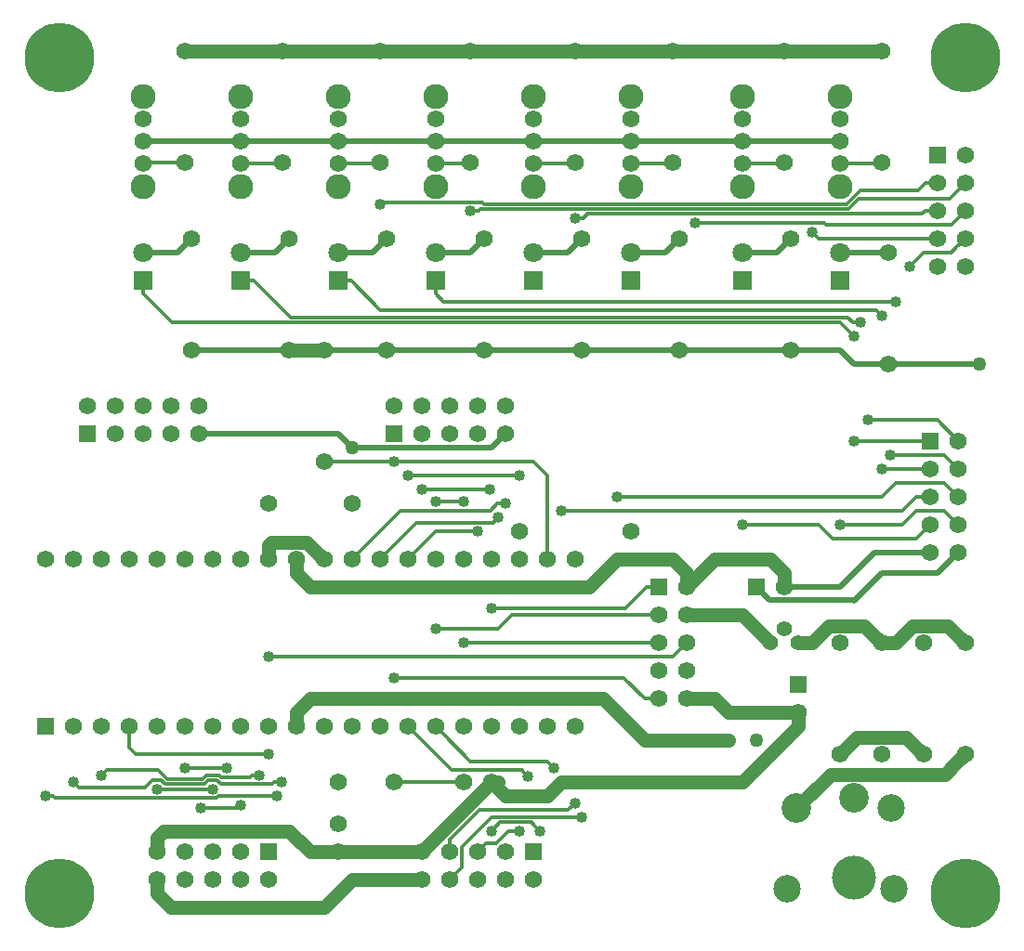
<source format=gbr>
G04 #@! TF.GenerationSoftware,KiCad,Pcbnew,(5.1.2)-2*
G04 #@! TF.CreationDate,2019-07-21T19:38:03-07:00*
G04 #@! TF.ProjectId,300-1002,3330302d-3130-4303-922e-6b696361645f,rev?*
G04 #@! TF.SameCoordinates,Original*
G04 #@! TF.FileFunction,Copper,L1,Top*
G04 #@! TF.FilePolarity,Positive*
%FSLAX46Y46*%
G04 Gerber Fmt 4.6, Leading zero omitted, Abs format (unit mm)*
G04 Created by KiCad (PCBNEW (5.1.2)-2) date 2019-07-21 19:38:03*
%MOMM*%
%LPD*%
G04 APERTURE LIST*
%ADD10C,1.574800*%
%ADD11C,6.350000*%
%ADD12C,2.500000*%
%ADD13C,4.000000*%
%ADD14C,2.700000*%
%ADD15R,1.574800X1.574800*%
%ADD16R,1.800000X1.800000*%
%ADD17C,1.800000*%
%ADD18C,2.286000*%
%ADD19C,1.397000*%
%ADD20C,1.270000*%
%ADD21C,1.016000*%
%ADD22C,1.270000*%
%ADD23C,0.508000*%
%ADD24C,0.304800*%
G04 APERTURE END LIST*
D10*
X115570000Y-83820000D03*
X115570000Y-73660000D03*
X133350000Y-90170000D03*
X143510000Y-90170000D03*
D11*
X91440000Y-123190000D03*
X173990000Y-123190000D03*
X173990000Y-46990000D03*
X91440000Y-46990000D03*
D12*
X167230000Y-115430000D03*
X157730000Y-122730000D03*
X167530000Y-122730000D03*
D13*
X163830000Y-121730000D03*
D14*
X158630000Y-115430000D03*
X163830000Y-114480000D03*
D10*
X116840000Y-116840000D03*
X116840000Y-119380000D03*
X130810000Y-113030000D03*
X128270000Y-113030000D03*
D15*
X158750000Y-104140000D03*
D10*
X158750000Y-106680000D03*
X157480000Y-95250000D03*
D15*
X154940000Y-95250000D03*
D10*
X110490000Y-87630000D03*
X118110000Y-87630000D03*
D16*
X99060000Y-67310000D03*
D17*
X99060000Y-64770000D03*
X107950000Y-64770000D03*
D16*
X107950000Y-67310000D03*
X116840000Y-67310000D03*
D17*
X116840000Y-64770000D03*
X125730000Y-64770000D03*
D16*
X125730000Y-67310000D03*
X134620000Y-67310000D03*
D17*
X134620000Y-64770000D03*
D16*
X143510000Y-67310000D03*
D17*
X143510000Y-64770000D03*
X153670000Y-64770000D03*
D16*
X153670000Y-67310000D03*
D17*
X162560000Y-64770000D03*
D16*
X162560000Y-67310000D03*
D15*
X146050000Y-95250000D03*
D10*
X148590000Y-95250000D03*
X146050000Y-97790000D03*
X148590000Y-97790000D03*
X146050000Y-100330000D03*
X148590000Y-100330000D03*
X146050000Y-102870000D03*
X148590000Y-102870000D03*
X146050000Y-105410000D03*
X148590000Y-105410000D03*
X132080000Y-78740000D03*
X132080000Y-81280000D03*
X129540000Y-78740000D03*
X129540000Y-81280000D03*
X127000000Y-78740000D03*
X127000000Y-81280000D03*
X124460000Y-78740000D03*
X124460000Y-81280000D03*
X121920000Y-78740000D03*
D15*
X121920000Y-81280000D03*
D10*
X104140000Y-78740000D03*
X104140000Y-81280000D03*
X101600000Y-78740000D03*
X101600000Y-81280000D03*
X99060000Y-78740000D03*
X99060000Y-81280000D03*
X96520000Y-78740000D03*
X96520000Y-81280000D03*
X93980000Y-78740000D03*
D15*
X93980000Y-81280000D03*
D10*
X100330000Y-121920000D03*
X100330000Y-119380000D03*
X102870000Y-121920000D03*
X102870000Y-119380000D03*
X105410000Y-121920000D03*
X105410000Y-119380000D03*
X107950000Y-121920000D03*
X107950000Y-119380000D03*
X110490000Y-121920000D03*
D15*
X110490000Y-119380000D03*
X134620000Y-119380000D03*
D10*
X134620000Y-121920000D03*
X132080000Y-119380000D03*
X132080000Y-121920000D03*
X129540000Y-119380000D03*
X129540000Y-121920000D03*
X127000000Y-119380000D03*
X127000000Y-121920000D03*
X124460000Y-119380000D03*
X124460000Y-121920000D03*
D15*
X171450000Y-55880000D03*
D10*
X173990000Y-55880000D03*
X171450000Y-58420000D03*
X173990000Y-58420000D03*
X171450000Y-60960000D03*
X173990000Y-60960000D03*
X171450000Y-63500000D03*
X173990000Y-63500000D03*
X171450000Y-66040000D03*
X173990000Y-66040000D03*
D15*
X170815000Y-81915000D03*
D10*
X173355000Y-81915000D03*
X170815000Y-84455000D03*
X173355000Y-84455000D03*
X170815000Y-86995000D03*
X173355000Y-86995000D03*
X170815000Y-89535000D03*
X173355000Y-89535000D03*
X170815000Y-92075000D03*
X173355000Y-92075000D03*
X102870000Y-56515000D03*
X102870000Y-46355000D03*
X111760000Y-46355000D03*
X111760000Y-56515000D03*
X120650000Y-56515000D03*
X120650000Y-46355000D03*
X128905000Y-46355000D03*
X128905000Y-56515000D03*
X138430000Y-56515000D03*
X138430000Y-46355000D03*
X147320000Y-46355000D03*
X147320000Y-56515000D03*
X157480000Y-56515000D03*
X157480000Y-46355000D03*
X166370000Y-46355000D03*
X166370000Y-56515000D03*
X103505000Y-73660000D03*
X103505000Y-63500000D03*
X112395000Y-63500000D03*
X112395000Y-73660000D03*
X121285000Y-63500000D03*
X121285000Y-73660000D03*
X130175000Y-63500000D03*
X130175000Y-73660000D03*
X139065000Y-63500000D03*
X139065000Y-73660000D03*
X147955000Y-73660000D03*
X147955000Y-63500000D03*
X158115000Y-73660000D03*
X158115000Y-63500000D03*
X167005000Y-74930000D03*
X167005000Y-64770000D03*
X99060000Y-56616600D03*
X99060000Y-54610000D03*
X99060000Y-52603400D03*
D18*
X99060000Y-58724800D03*
X99060000Y-50495200D03*
X107950000Y-50495200D03*
X107950000Y-58724800D03*
D10*
X107950000Y-52603400D03*
X107950000Y-54610000D03*
X107950000Y-56616600D03*
X116840000Y-56616600D03*
X116840000Y-54610000D03*
X116840000Y-52603400D03*
D18*
X116840000Y-58724800D03*
X116840000Y-50495200D03*
X125730000Y-50495200D03*
X125730000Y-58724800D03*
D10*
X125730000Y-52603400D03*
X125730000Y-54610000D03*
X125730000Y-56616600D03*
X134620000Y-56616600D03*
X134620000Y-54610000D03*
X134620000Y-52603400D03*
D18*
X134620000Y-58724800D03*
X134620000Y-50495200D03*
X143510000Y-50495200D03*
X143510000Y-58724800D03*
D10*
X143510000Y-52603400D03*
X143510000Y-54610000D03*
X143510000Y-56616600D03*
X153670000Y-56616600D03*
X153670000Y-54610000D03*
X153670000Y-52603400D03*
D18*
X153670000Y-58724800D03*
X153670000Y-50495200D03*
X162560000Y-50495200D03*
X162560000Y-58724800D03*
D10*
X162560000Y-52603400D03*
X162560000Y-54610000D03*
X162560000Y-56616600D03*
X90170000Y-92710000D03*
D15*
X90170000Y-107950000D03*
D10*
X92710000Y-92710000D03*
X92710000Y-107950000D03*
X95250000Y-92710000D03*
X95250000Y-107950000D03*
X97790000Y-92710000D03*
X97790000Y-107950000D03*
X100330000Y-92710000D03*
X100330000Y-107950000D03*
X102870000Y-92710000D03*
X102870000Y-107950000D03*
X105410000Y-92710000D03*
X105410000Y-107950000D03*
X107950000Y-92710000D03*
X107950000Y-107950000D03*
X110490000Y-92710000D03*
X110490000Y-107950000D03*
X113030000Y-92710000D03*
X113030000Y-107950000D03*
X115570000Y-92710000D03*
X115570000Y-107950000D03*
X118110000Y-92710000D03*
X118110000Y-107950000D03*
X120650000Y-92710000D03*
X120650000Y-107950000D03*
X123190000Y-92710000D03*
X123190000Y-107950000D03*
X125730000Y-92710000D03*
X125730000Y-107950000D03*
X128270000Y-92710000D03*
X128270000Y-107950000D03*
X130810000Y-92710000D03*
X130810000Y-107950000D03*
X133350000Y-92710000D03*
X133350000Y-107950000D03*
X135890000Y-92710000D03*
X135890000Y-107950000D03*
X138430000Y-92710000D03*
X138430000Y-107950000D03*
D19*
X156210000Y-100330000D03*
X157480000Y-99060000D03*
X158750000Y-100330000D03*
D10*
X116840000Y-113030000D03*
X121920000Y-113030000D03*
X166370000Y-100330000D03*
X166370000Y-110490000D03*
X173990000Y-100330000D03*
X173990000Y-110490000D03*
X162560000Y-110490000D03*
X162560000Y-100330000D03*
X170180000Y-110490000D03*
X170180000Y-100330000D03*
D20*
X118110000Y-82550000D03*
X154940000Y-109220000D03*
X152400000Y-109220000D03*
X175260000Y-74930000D03*
D21*
X163830000Y-72390000D03*
X163830000Y-81915000D03*
X164465000Y-71120000D03*
X165100000Y-80010000D03*
X166370000Y-70485000D03*
X166370000Y-84455000D03*
X167640000Y-69215000D03*
X167182810Y-83185000D03*
X137160000Y-88265000D03*
X142240000Y-86995000D03*
X153670000Y-89535000D03*
X162560000Y-89535000D03*
X124460000Y-86360000D03*
X130632190Y-86360000D03*
X130810000Y-97155000D03*
X125730000Y-99060000D03*
X128270000Y-87452190D03*
X125730000Y-87452190D03*
X128270000Y-100330000D03*
X110490000Y-101600000D03*
X129540000Y-90170021D03*
X121920000Y-103505000D03*
X132080000Y-87630000D03*
X131445000Y-88900000D03*
X123190000Y-85090000D03*
X133350000Y-85090000D03*
X121920000Y-83820000D03*
X104317799Y-115392201D03*
X107950000Y-115112810D03*
X106680000Y-111760000D03*
X102870000Y-111760000D03*
X105410000Y-113665000D03*
X100330000Y-113665000D03*
X110490000Y-110490000D03*
X95250000Y-112395000D03*
X109677190Y-112395000D03*
X92710000Y-113030000D03*
X111734590Y-113030000D03*
X90170000Y-114300000D03*
X111277379Y-114300000D03*
X134162810Y-112485979D03*
X136525000Y-111760000D03*
X133350000Y-117475021D03*
X130810000Y-117475000D03*
X135255000Y-117475000D03*
X138430000Y-114935000D03*
X139065000Y-116205000D03*
X120650000Y-60325000D03*
X128905000Y-60985411D03*
X138490044Y-61595021D03*
X149340771Y-62052232D03*
X160020000Y-62865000D03*
X168910000Y-66040000D03*
D22*
X148590000Y-95250000D02*
X151130000Y-92710000D01*
X151130000Y-92710000D02*
X156210000Y-92710000D01*
X156210000Y-92710000D02*
X157480000Y-93980000D01*
X157480000Y-93980000D02*
X157480000Y-95250000D01*
X148590000Y-105410000D02*
X151130000Y-105410000D01*
X151130000Y-105410000D02*
X152400000Y-106680000D01*
X152400000Y-106680000D02*
X158750000Y-106680000D01*
X148590000Y-93980000D02*
X148590000Y-95250000D01*
X113030000Y-93980000D02*
X114300000Y-95250000D01*
X113030000Y-92710000D02*
X113030000Y-93980000D01*
X114300000Y-95250000D02*
X139700000Y-95250000D01*
X139700000Y-95250000D02*
X142240000Y-92710000D01*
X142240000Y-92710000D02*
X147320000Y-92710000D01*
X147320000Y-92710000D02*
X148590000Y-93980000D01*
D23*
X99060000Y-54610000D02*
X107950000Y-54610000D01*
X107950000Y-54610000D02*
X116840000Y-54610000D01*
X116840000Y-54610000D02*
X125730000Y-54610000D01*
X125730000Y-54610000D02*
X134620000Y-54610000D01*
X134620000Y-54610000D02*
X143510000Y-54610000D01*
X143510000Y-54610000D02*
X153670000Y-54610000D01*
X153670000Y-54610000D02*
X162560000Y-54610000D01*
X170815000Y-92075000D02*
X165735000Y-92075000D01*
X165735000Y-92075000D02*
X162560000Y-95250000D01*
X162560000Y-95250000D02*
X157480000Y-95250000D01*
X104140000Y-81280000D02*
X116840000Y-81280000D01*
X116840000Y-81280000D02*
X118110000Y-82550000D01*
X130810000Y-82550000D02*
X132080000Y-81280000D01*
X118110000Y-82550000D02*
X130810000Y-82550000D01*
D22*
X100330000Y-119380000D02*
X100330000Y-118110000D01*
X100330000Y-118110000D02*
X100965000Y-117475000D01*
X100965000Y-117475000D02*
X112395000Y-117475000D01*
X112395000Y-117475000D02*
X114300000Y-119380000D01*
X114300000Y-119380000D02*
X116840000Y-119380000D01*
X116840000Y-119380000D02*
X123825000Y-119380000D01*
X123825000Y-119380000D02*
X124460000Y-119380000D01*
X130810000Y-113030000D02*
X124460000Y-119380000D01*
X130810000Y-113030000D02*
X131445000Y-113030000D01*
X130810000Y-113030000D02*
X132080000Y-114300000D01*
X132080000Y-114300000D02*
X135890000Y-114300000D01*
X135890000Y-114300000D02*
X137160000Y-113030000D01*
X137160000Y-113030000D02*
X153670000Y-113030000D01*
X158750000Y-107950000D02*
X158750000Y-106680000D01*
X153670000Y-113030000D02*
X158750000Y-107950000D01*
X169392601Y-109702601D02*
X170180000Y-110490000D01*
X168605199Y-108915199D02*
X169392601Y-109702601D01*
X164134801Y-108915199D02*
X168605199Y-108915199D01*
X162560000Y-110490000D02*
X164134801Y-108915199D01*
D24*
X121920000Y-113030000D02*
X128270000Y-113030000D01*
D22*
X153670000Y-97790000D02*
X156210000Y-100330000D01*
X148590000Y-97790000D02*
X153670000Y-97790000D01*
X113030000Y-106680000D02*
X114300000Y-105410000D01*
X113030000Y-107950000D02*
X113030000Y-106680000D01*
X114300000Y-105410000D02*
X140970000Y-105410000D01*
X140970000Y-105410000D02*
X144780000Y-109220000D01*
X144780000Y-109220000D02*
X152400000Y-109220000D01*
X110490000Y-92710000D02*
X110490000Y-91440000D01*
X114782601Y-91922601D02*
X115570000Y-92710000D01*
X113995199Y-91135199D02*
X114782601Y-91922601D01*
X110794801Y-91135199D02*
X113995199Y-91135199D01*
X110490000Y-91440000D02*
X110794801Y-91135199D01*
D23*
X103505000Y-73660000D02*
X112395000Y-73660000D01*
X112395000Y-73660000D02*
X121285000Y-73660000D01*
X121285000Y-73660000D02*
X130175000Y-73660000D01*
X130175000Y-73660000D02*
X139065000Y-73660000D01*
X139065000Y-73660000D02*
X147955000Y-73660000D01*
X147955000Y-73660000D02*
X158115000Y-73660000D01*
X158115000Y-73660000D02*
X162560000Y-73660000D01*
X162560000Y-73660000D02*
X163830000Y-74930000D01*
X163830000Y-74930000D02*
X167005000Y-74930000D01*
X173355000Y-92075000D02*
X171450000Y-93980000D01*
X171450000Y-93980000D02*
X166370000Y-93980000D01*
X166370000Y-93980000D02*
X163830000Y-96520000D01*
X156133801Y-96443801D02*
X154940000Y-95250000D01*
X163753801Y-96443801D02*
X156133801Y-96443801D01*
X163830000Y-96520000D02*
X163753801Y-96443801D01*
X167005000Y-74930000D02*
X175260000Y-74930000D01*
D22*
X100330000Y-121920000D02*
X100330000Y-123190000D01*
X100330000Y-123190000D02*
X101600000Y-124460000D01*
X101600000Y-124460000D02*
X115570000Y-124460000D01*
X115570000Y-124460000D02*
X118110000Y-121920000D01*
X118110000Y-121920000D02*
X124460000Y-121920000D01*
X102870000Y-46355000D02*
X111760000Y-46355000D01*
X111760000Y-46355000D02*
X120650000Y-46355000D01*
X120650000Y-46355000D02*
X128905000Y-46355000D01*
X128905000Y-46355000D02*
X138430000Y-46355000D01*
X138430000Y-46355000D02*
X147320000Y-46355000D01*
X147320000Y-46355000D02*
X157480000Y-46355000D01*
X157480000Y-46355000D02*
X166370000Y-46355000D01*
X115570000Y-73660000D02*
X112395000Y-73660000D01*
D24*
X99060000Y-68514800D02*
X101665200Y-71120000D01*
X99060000Y-67310000D02*
X99060000Y-68514800D01*
X101665200Y-71120000D02*
X129540000Y-71120000D01*
X129540000Y-71120000D02*
X145415000Y-71120000D01*
X145415000Y-71120000D02*
X162560000Y-71120000D01*
X162560000Y-71120000D02*
X163830000Y-72390000D01*
X163830000Y-81915000D02*
X170815000Y-81915000D01*
D23*
X102235000Y-64770000D02*
X103505000Y-63500000D01*
X99060000Y-64770000D02*
X102235000Y-64770000D01*
X111125000Y-64770000D02*
X112395000Y-63500000D01*
X107950000Y-64770000D02*
X111125000Y-64770000D01*
D24*
X171450000Y-80010000D02*
X173355000Y-81915000D01*
X165100000Y-80010000D02*
X171450000Y-80010000D01*
X163746580Y-71120000D02*
X164465000Y-71120000D01*
X112507589Y-70662789D02*
X163289369Y-70662789D01*
X163289369Y-70662789D02*
X163746580Y-71120000D01*
X109154800Y-67310000D02*
X112507589Y-70662789D01*
X107950000Y-67310000D02*
X109154800Y-67310000D01*
X166370000Y-84455000D02*
X170815000Y-84455000D01*
X116840000Y-67310000D02*
X118044800Y-67310000D01*
X118044800Y-67310000D02*
X120711801Y-69977001D01*
X120711801Y-69977001D02*
X165862001Y-69977001D01*
X165862001Y-69977001D02*
X166370000Y-70485000D01*
D23*
X120015000Y-64770000D02*
X121285000Y-63500000D01*
X116840000Y-64770000D02*
X120015000Y-64770000D01*
X128905000Y-64770000D02*
X130175000Y-63500000D01*
X125730000Y-64770000D02*
X128905000Y-64770000D01*
D24*
X125730000Y-68514800D02*
X126430200Y-69215000D01*
X125730000Y-67310000D02*
X125730000Y-68514800D01*
X126430200Y-69215000D02*
X128270000Y-69215000D01*
X128270000Y-69215000D02*
X167640000Y-69215000D01*
X173355000Y-84455000D02*
X172085000Y-83185000D01*
X172085000Y-83185000D02*
X167901230Y-83185000D01*
X167901230Y-83185000D02*
X167182810Y-83185000D01*
X137160000Y-88265000D02*
X168275000Y-88265000D01*
X168275000Y-88265000D02*
X169545000Y-86995000D01*
X169545000Y-86995000D02*
X170815000Y-86995000D01*
D23*
X137795000Y-64770000D02*
X139065000Y-63500000D01*
X134620000Y-64770000D02*
X137795000Y-64770000D01*
D24*
X142240000Y-86995000D02*
X166370000Y-86995000D01*
X166370000Y-86995000D02*
X167640000Y-85725000D01*
X167640000Y-85725000D02*
X172085000Y-85725000D01*
X172085000Y-85725000D02*
X173355000Y-86995000D01*
D23*
X146685000Y-64770000D02*
X147955000Y-63500000D01*
X143510000Y-64770000D02*
X146685000Y-64770000D01*
X156845000Y-64770000D02*
X158115000Y-63500000D01*
X153670000Y-64770000D02*
X156845000Y-64770000D01*
D24*
X169545000Y-90805000D02*
X170815000Y-89535000D01*
X161925000Y-90805000D02*
X169545000Y-90805000D01*
X153670000Y-89535000D02*
X160655000Y-89535000D01*
X160655000Y-89535000D02*
X161925000Y-90805000D01*
D23*
X162560000Y-64770000D02*
X167005000Y-64770000D01*
D24*
X162560000Y-89535000D02*
X168275000Y-89535000D01*
X168275000Y-89535000D02*
X169545000Y-88265000D01*
X172085000Y-88265000D02*
X173355000Y-89535000D01*
X169545000Y-88265000D02*
X172085000Y-88265000D01*
X124460000Y-86360000D02*
X130632190Y-86360000D01*
X144957800Y-95250000D02*
X143052800Y-97155000D01*
X146050000Y-95250000D02*
X144957800Y-95250000D01*
X143052800Y-97155000D02*
X130810000Y-97155000D01*
X146050000Y-97790000D02*
X132715000Y-97790000D01*
X132715000Y-97790000D02*
X131445000Y-99060000D01*
X131445000Y-99060000D02*
X125730000Y-99060000D01*
X128270000Y-87452190D02*
X125730000Y-87452190D01*
X146050000Y-100330000D02*
X128270000Y-100330000D01*
X148590000Y-100330000D02*
X147320000Y-101600000D01*
X147320000Y-101600000D02*
X110490000Y-101600000D01*
X128821580Y-90170021D02*
X129540000Y-90170021D01*
X123190000Y-92710000D02*
X125729979Y-90170021D01*
X125729979Y-90170021D02*
X128821580Y-90170021D01*
X146050000Y-105410000D02*
X144780000Y-105410000D01*
X144780000Y-105410000D02*
X142875000Y-103505000D01*
X142875000Y-103505000D02*
X121920000Y-103505000D01*
X131361580Y-87630000D02*
X130726580Y-88265000D01*
X132080000Y-87630000D02*
X131361580Y-87630000D01*
X122555000Y-88265000D02*
X118110000Y-92710000D01*
X130726580Y-88265000D02*
X122555000Y-88265000D01*
X124002789Y-89357211D02*
X121437399Y-91922601D01*
X130987789Y-89357211D02*
X124002789Y-89357211D01*
X131445000Y-88900000D02*
X130987789Y-89357211D01*
X121437399Y-91922601D02*
X120650000Y-92710000D01*
X123190000Y-85090000D02*
X133350000Y-85090000D01*
X121920000Y-83820000D02*
X134620000Y-83820000D01*
X134620000Y-83820000D02*
X135890000Y-85090000D01*
X135890000Y-85090000D02*
X135890000Y-92710000D01*
X115570000Y-83820000D02*
X121920000Y-83820000D01*
X104317799Y-115392201D02*
X107670609Y-115392201D01*
X107670609Y-115392201D02*
X107950000Y-115112810D01*
X106680000Y-111760000D02*
X102870000Y-111760000D01*
X105410000Y-113665000D02*
X100330000Y-113665000D01*
X110490000Y-110490000D02*
X98425000Y-110490000D01*
X98425000Y-110490000D02*
X97790000Y-109855000D01*
X97790000Y-109855000D02*
X97790000Y-107950000D01*
X101265118Y-112750578D02*
X104474883Y-112750578D01*
X95250000Y-112395000D02*
X95757999Y-111887001D01*
X104474883Y-112750578D02*
X104830473Y-112394988D01*
X105989527Y-112394988D02*
X106167340Y-112572801D01*
X106167340Y-112572801D02*
X108780969Y-112572801D01*
X108958770Y-112395000D02*
X109677190Y-112395000D01*
X108780969Y-112572801D02*
X108958770Y-112395000D01*
X100401541Y-111887001D02*
X101265118Y-112750578D01*
X104830473Y-112394988D02*
X105989527Y-112394988D01*
X95757999Y-111887001D02*
X100401541Y-111887001D01*
X99254053Y-113537999D02*
X99939854Y-112852198D01*
X104664265Y-113207789D02*
X105019855Y-112852199D01*
X101075737Y-113207789D02*
X104664265Y-113207789D01*
X92710000Y-113030000D02*
X93217999Y-113537999D01*
X111016170Y-113030000D02*
X111734590Y-113030000D01*
X106155747Y-113207801D02*
X110838369Y-113207801D01*
X105019855Y-112852199D02*
X105800145Y-112852199D01*
X100720146Y-112852198D02*
X101075737Y-113207789D01*
X93217999Y-113537999D02*
X99254053Y-113537999D01*
X99939854Y-112852198D02*
X100720146Y-112852198D01*
X110838369Y-113207801D02*
X111016170Y-113030000D01*
X105800145Y-112852199D02*
X106155747Y-113207801D01*
X90170000Y-114300000D02*
X90888420Y-114300000D01*
X110558959Y-114300000D02*
X111277379Y-114300000D01*
X91066221Y-114477801D02*
X105800145Y-114477801D01*
X105800145Y-114477801D02*
X105977946Y-114300000D01*
X105977946Y-114300000D02*
X110558959Y-114300000D01*
X90888420Y-114300000D02*
X91066221Y-114477801D01*
X133654811Y-111977980D02*
X134162810Y-112485979D01*
X123190000Y-107950000D02*
X127168339Y-111928339D01*
X133605170Y-111928339D02*
X133654811Y-111977980D01*
X127168339Y-111928339D02*
X133605170Y-111928339D01*
X136525000Y-111760000D02*
X135890000Y-111125000D01*
X126517399Y-108737399D02*
X125730000Y-107950000D01*
X128905000Y-111125000D02*
X126517399Y-108737399D01*
X135890000Y-111125000D02*
X128905000Y-111125000D01*
X129540000Y-119380000D02*
X130327399Y-118592601D01*
X132368521Y-117475021D02*
X132631580Y-117475021D01*
X132631580Y-117475021D02*
X133350000Y-117475021D01*
X131250941Y-118592601D02*
X132368521Y-117475021D01*
X130327399Y-118592601D02*
X131250941Y-118592601D01*
X131622789Y-116662211D02*
X134442211Y-116662211D01*
X134747001Y-116967001D02*
X135255000Y-117475000D01*
X134442211Y-116662211D02*
X134747001Y-116967001D01*
X130810000Y-117475000D02*
X131622789Y-116662211D01*
X127000000Y-118266449D02*
X129696449Y-115570000D01*
X127000000Y-119380000D02*
X127000000Y-118266449D01*
X129696449Y-115570000D02*
X137795000Y-115570000D01*
X137795000Y-115570000D02*
X138430000Y-114935000D01*
X127000000Y-121920000D02*
X127787399Y-121132601D01*
X128092201Y-120827799D02*
X128092201Y-118922799D01*
X127787399Y-121132601D02*
X128092201Y-120827799D01*
X130810000Y-116205000D02*
X139065000Y-116205000D01*
X128092201Y-118922799D02*
X130810000Y-116205000D01*
X99161600Y-56515000D02*
X99060000Y-56616600D01*
X102870000Y-56515000D02*
X99161600Y-56515000D01*
X111658400Y-56616600D02*
X111760000Y-56515000D01*
X107950000Y-56616600D02*
X111658400Y-56616600D01*
X120548400Y-56616600D02*
X120650000Y-56515000D01*
X116840000Y-56616600D02*
X120548400Y-56616600D01*
X170336449Y-58420000D02*
X169701449Y-59055000D01*
X171450000Y-58420000D02*
X170336449Y-58420000D01*
X169701449Y-59055000D02*
X164465000Y-59055000D01*
X164465000Y-59055000D02*
X163195000Y-60325000D01*
X163195000Y-60325000D02*
X149860000Y-60325000D01*
X149860000Y-60325000D02*
X140970000Y-60325000D01*
X140970000Y-60325000D02*
X130175000Y-60325000D01*
X130022601Y-60172601D02*
X120802399Y-60172601D01*
X130175000Y-60325000D02*
X130022601Y-60172601D01*
X120802399Y-60172601D02*
X120650000Y-60325000D01*
X128803400Y-56616600D02*
X128905000Y-56515000D01*
X125730000Y-56616600D02*
X128803400Y-56616600D01*
X163384382Y-60782211D02*
X129826620Y-60782211D01*
X129826620Y-60782211D02*
X129623420Y-60985411D01*
X129623420Y-60985411D02*
X128905000Y-60985411D01*
X164298793Y-59867799D02*
X163384382Y-60782211D01*
X172542201Y-59867799D02*
X164298793Y-59867799D01*
X173990000Y-58420000D02*
X172542201Y-59867799D01*
X138328400Y-56616600D02*
X138430000Y-56515000D01*
X134620000Y-56616600D02*
X138328400Y-56616600D01*
X170336449Y-60960000D02*
X170057027Y-61239422D01*
X139208464Y-61595021D02*
X138490044Y-61595021D01*
X170057027Y-61239422D02*
X139564063Y-61239422D01*
X171450000Y-60960000D02*
X170336449Y-60960000D01*
X139564063Y-61239422D02*
X139208464Y-61595021D01*
X147218400Y-56616600D02*
X147320000Y-56515000D01*
X143510000Y-56616600D02*
X147218400Y-56616600D01*
X150071420Y-62040003D02*
X150059191Y-62052232D01*
X161290000Y-62230000D02*
X161100003Y-62040003D01*
X150059191Y-62052232D02*
X149340771Y-62052232D01*
X173990000Y-60960000D02*
X172720000Y-62230000D01*
X161100003Y-62040003D02*
X150071420Y-62040003D01*
X172720000Y-62230000D02*
X161290000Y-62230000D01*
X157378400Y-56616600D02*
X157480000Y-56515000D01*
X153670000Y-56616600D02*
X157378400Y-56616600D01*
X171450000Y-63500000D02*
X160655000Y-63500000D01*
X160655000Y-63500000D02*
X160020000Y-62865000D01*
X166268400Y-56616600D02*
X166370000Y-56515000D01*
X162560000Y-56616600D02*
X166268400Y-56616600D01*
X173990000Y-63500000D02*
X173202601Y-64287399D01*
X173202601Y-64287399D02*
X172720000Y-64770000D01*
X172720000Y-64770000D02*
X170180000Y-64770000D01*
X170180000Y-64770000D02*
X168910000Y-66040000D01*
D22*
X165582601Y-99542601D02*
X166370000Y-100330000D01*
X164795199Y-98755199D02*
X165582601Y-99542601D01*
X161594801Y-98755199D02*
X164795199Y-98755199D01*
X160020000Y-100330000D02*
X161594801Y-98755199D01*
X158750000Y-100330000D02*
X160020000Y-100330000D01*
X173202601Y-99542601D02*
X173990000Y-100330000D01*
X172415199Y-98755199D02*
X173202601Y-99542601D01*
X169214801Y-98755199D02*
X172415199Y-98755199D01*
X167640000Y-100330000D02*
X169214801Y-98755199D01*
X166370000Y-100330000D02*
X167640000Y-100330000D01*
X173202601Y-111277399D02*
X173990000Y-110490000D01*
X172137401Y-112342599D02*
X173202601Y-111277399D01*
X161717401Y-112342599D02*
X172137401Y-112342599D01*
X158630000Y-115430000D02*
X161717401Y-112342599D01*
M02*

</source>
